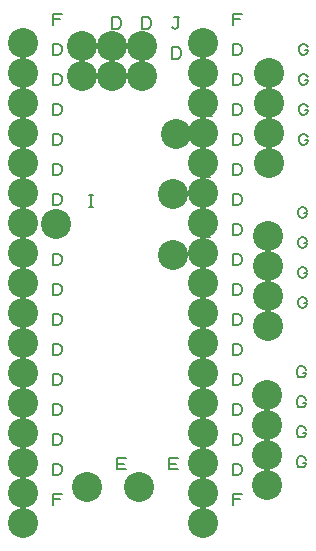
<source format=gbr>
G04 DesignSpark PCB Gerber Version 11.0 Build 5877*
G04 #@! TF.Part,Single*
G04 #@! TF.FileFunction,Drillmap*
G04 #@! TF.FilePolarity,Positive*
%FSLAX35Y35*%
%MOIN*%
%ADD70C,0.00500*%
G04 #@! TA.AperFunction,ComponentPad*
%ADD75C,0.10000*%
G04 #@! TD.AperFunction*
X0Y0D02*
D02*
D70*
X19402Y17837D02*
Y21587D01*
X22528D01*
X21902Y19713D02*
X19402D01*
Y177837D02*
Y181587D01*
X22528D01*
X21902Y179713D02*
X19402D01*
X19416Y27875D02*
Y31625D01*
X21291D01*
X21916Y31313D01*
X22228Y31000D01*
X22541Y30375D01*
Y29125D01*
X22228Y28500D01*
X21916Y28188D01*
X21291Y27875D01*
X19416D01*
Y37875D02*
Y41625D01*
X21291D01*
X21916Y41313D01*
X22228Y41000D01*
X22541Y40375D01*
Y39125D01*
X22228Y38500D01*
X21916Y38188D01*
X21291Y37875D01*
X19416D01*
Y47875D02*
Y51625D01*
X21291D01*
X21916Y51313D01*
X22228Y51000D01*
X22541Y50375D01*
Y49125D01*
X22228Y48500D01*
X21916Y48188D01*
X21291Y47875D01*
X19416D01*
Y57875D02*
Y61625D01*
X21291D01*
X21916Y61313D01*
X22228Y61000D01*
X22541Y60375D01*
Y59125D01*
X22228Y58500D01*
X21916Y58188D01*
X21291Y57875D01*
X19416D01*
Y67875D02*
Y71625D01*
X21291D01*
X21916Y71313D01*
X22228Y71000D01*
X22541Y70375D01*
Y69125D01*
X22228Y68500D01*
X21916Y68188D01*
X21291Y67875D01*
X19416D01*
Y77875D02*
Y81625D01*
X21291D01*
X21916Y81313D01*
X22228Y81000D01*
X22541Y80375D01*
Y79125D01*
X22228Y78500D01*
X21916Y78188D01*
X21291Y77875D01*
X19416D01*
Y87875D02*
Y91625D01*
X21291D01*
X21916Y91313D01*
X22228Y91000D01*
X22541Y90375D01*
Y89125D01*
X22228Y88500D01*
X21916Y88188D01*
X21291Y87875D01*
X19416D01*
Y97875D02*
Y101625D01*
X21291D01*
X21916Y101313D01*
X22228Y101000D01*
X22541Y100375D01*
Y99125D01*
X22228Y98500D01*
X21916Y98188D01*
X21291Y97875D01*
X19416D01*
Y107875D02*
Y111625D01*
X21291D01*
X21916Y111313D01*
X22228Y111000D01*
X22541Y110375D01*
Y109125D01*
X22228Y108500D01*
X21916Y108188D01*
X21291Y107875D01*
X19416D01*
Y117875D02*
Y121625D01*
X21291D01*
X21916Y121313D01*
X22228Y121000D01*
X22541Y120375D01*
Y119125D01*
X22228Y118500D01*
X21916Y118188D01*
X21291Y117875D01*
X19416D01*
Y127875D02*
Y131625D01*
X21291D01*
X21916Y131313D01*
X22228Y131000D01*
X22541Y130375D01*
Y129125D01*
X22228Y128500D01*
X21916Y128188D01*
X21291Y127875D01*
X19416D01*
Y137875D02*
Y141625D01*
X21291D01*
X21916Y141313D01*
X22228Y141000D01*
X22541Y140375D01*
Y139125D01*
X22228Y138500D01*
X21916Y138188D01*
X21291Y137875D01*
X19416D01*
Y147875D02*
Y151625D01*
X21291D01*
X21916Y151313D01*
X22228Y151000D01*
X22541Y150375D01*
Y149125D01*
X22228Y148500D01*
X21916Y148188D01*
X21291Y147875D01*
X19416D01*
Y157875D02*
Y161625D01*
X21291D01*
X21916Y161313D01*
X22228Y161000D01*
X22541Y160375D01*
Y159125D01*
X22228Y158500D01*
X21916Y158188D01*
X21291Y157875D01*
X19416D01*
Y167875D02*
Y171625D01*
X21291D01*
X21916Y171313D01*
X22228Y171000D01*
X22541Y170375D01*
Y169125D01*
X22228Y168500D01*
X21916Y168188D01*
X21291Y167875D01*
X19416D01*
X31616Y117319D02*
X32866D01*
X32241D02*
Y121069D01*
X31616D02*
X32866D01*
X39202Y166687D02*
Y170437D01*
X41078D01*
X41702Y170125D01*
X42015Y169813D01*
X42328Y169187D01*
Y167937D01*
X42015Y167313D01*
X41702Y167000D01*
X41078Y166687D01*
X39202D01*
Y176687D02*
Y180437D01*
X41078D01*
X41702Y180125D01*
X42015Y179813D01*
X42328Y179187D01*
Y177937D01*
X42015Y177313D01*
X41702Y177000D01*
X41078Y176687D01*
X39202D01*
X40742Y29770D02*
Y33520D01*
X43867D01*
X43242Y31645D02*
X40742D01*
Y29770D02*
X43867D01*
X49202Y166687D02*
Y170437D01*
X51078D01*
X51702Y170125D01*
X52015Y169813D01*
X52328Y169187D01*
Y167937D01*
X52015Y167313D01*
X51702Y167000D01*
X51078Y166687D01*
X49202D01*
Y176687D02*
Y180437D01*
X51078D01*
X51702Y180125D01*
X52015Y179813D01*
X52328Y179187D01*
Y177937D01*
X52015Y177313D01*
X51702Y177000D01*
X51078Y176687D01*
X49202D01*
X58065Y29770D02*
Y33520D01*
X61190D01*
X60565Y31645D02*
X58065D01*
Y29770D02*
X61190D01*
X59202Y166687D02*
Y170437D01*
X61078D01*
X61702Y170125D01*
X62015Y169813D01*
X62328Y169187D01*
Y167937D01*
X62015Y167313D01*
X61702Y167000D01*
X61078Y166687D01*
X59202D01*
Y177313D02*
X59515Y177000D01*
X60140Y176687D01*
X60765Y177000D01*
X61078Y177313D01*
Y180437D01*
X61702D01*
X61078D02*
X59828D01*
X70593Y107221D02*
X71843D01*
X71218D02*
Y110971D01*
X70593D02*
X71843D01*
X70593Y127319D02*
X71843D01*
X71218D02*
Y131069D01*
X70593D02*
X71843D01*
X71380Y147378D02*
X72630D01*
X72005D02*
Y151128D01*
X71380D02*
X72630D01*
X79402Y17837D02*
Y21587D01*
X82528D01*
X81902Y19713D02*
X79402D01*
Y27837D02*
Y31587D01*
X81278D01*
X81902Y31275D01*
X82215Y30963D01*
X82528Y30337D01*
Y29087D01*
X82215Y28463D01*
X81902Y28150D01*
X81278Y27837D01*
X79402D01*
Y37837D02*
Y41587D01*
X81278D01*
X81902Y41275D01*
X82215Y40963D01*
X82528Y40337D01*
Y39087D01*
X82215Y38463D01*
X81902Y38150D01*
X81278Y37837D01*
X79402D01*
Y47837D02*
Y51587D01*
X81278D01*
X81902Y51275D01*
X82215Y50963D01*
X82528Y50337D01*
Y49087D01*
X82215Y48463D01*
X81902Y48150D01*
X81278Y47837D01*
X79402D01*
Y57837D02*
Y61587D01*
X81278D01*
X81902Y61275D01*
X82215Y60963D01*
X82528Y60337D01*
Y59087D01*
X82215Y58463D01*
X81902Y58150D01*
X81278Y57837D01*
X79402D01*
Y67837D02*
Y71587D01*
X81278D01*
X81902Y71275D01*
X82215Y70963D01*
X82528Y70337D01*
Y69087D01*
X82215Y68463D01*
X81902Y68150D01*
X81278Y67837D01*
X79402D01*
Y77837D02*
Y81587D01*
X81278D01*
X81902Y81275D01*
X82215Y80963D01*
X82528Y80337D01*
Y79087D01*
X82215Y78463D01*
X81902Y78150D01*
X81278Y77837D01*
X79402D01*
Y87837D02*
Y91587D01*
X81278D01*
X81902Y91275D01*
X82215Y90963D01*
X82528Y90337D01*
Y89087D01*
X82215Y88463D01*
X81902Y88150D01*
X81278Y87837D01*
X79402D01*
Y97837D02*
Y101587D01*
X81278D01*
X81902Y101275D01*
X82215Y100963D01*
X82528Y100337D01*
Y99087D01*
X82215Y98463D01*
X81902Y98150D01*
X81278Y97837D01*
X79402D01*
Y107837D02*
Y111587D01*
X81278D01*
X81902Y111275D01*
X82215Y110963D01*
X82528Y110337D01*
Y109087D01*
X82215Y108463D01*
X81902Y108150D01*
X81278Y107837D01*
X79402D01*
Y117837D02*
Y121587D01*
X81278D01*
X81902Y121275D01*
X82215Y120963D01*
X82528Y120337D01*
Y119087D01*
X82215Y118463D01*
X81902Y118150D01*
X81278Y117837D01*
X79402D01*
Y127837D02*
Y131587D01*
X81278D01*
X81902Y131275D01*
X82215Y130963D01*
X82528Y130337D01*
Y129087D01*
X82215Y128463D01*
X81902Y128150D01*
X81278Y127837D01*
X79402D01*
Y137837D02*
Y141587D01*
X81278D01*
X81902Y141275D01*
X82215Y140963D01*
X82528Y140337D01*
Y139087D01*
X82215Y138463D01*
X81902Y138150D01*
X81278Y137837D01*
X79402D01*
Y147837D02*
Y151587D01*
X81278D01*
X81902Y151275D01*
X82215Y150963D01*
X82528Y150337D01*
Y149087D01*
X82215Y148463D01*
X81902Y148150D01*
X81278Y147837D01*
X79402D01*
Y157837D02*
Y161587D01*
X81278D01*
X81902Y161275D01*
X82215Y160963D01*
X82528Y160337D01*
Y159087D01*
X82215Y158463D01*
X81902Y158150D01*
X81278Y157837D01*
X79402D01*
Y167837D02*
Y171587D01*
X81278D01*
X81902Y171275D01*
X82215Y170963D01*
X82528Y170337D01*
Y169087D01*
X82215Y168463D01*
X81902Y168150D01*
X81278Y167837D01*
X79402D01*
Y177837D02*
Y181587D01*
X82528D01*
X81902Y179713D02*
X79402D01*
X102945Y31933D02*
X103883D01*
Y31620D01*
X103570Y30996D01*
X103257Y30683D01*
X102633Y30370D01*
X102007D01*
X101383Y30683D01*
X101070Y30996D01*
X100757Y31620D01*
Y32870D01*
X101070Y33496D01*
X101383Y33808D01*
X102007Y34120D01*
X102633D01*
X103257Y33808D01*
X103570Y33496D01*
X103883Y32870D01*
X102945Y41933D02*
X103883D01*
Y41620D01*
X103570Y40996D01*
X103257Y40683D01*
X102633Y40370D01*
X102007D01*
X101383Y40683D01*
X101070Y40996D01*
X100757Y41620D01*
Y42870D01*
X101070Y43496D01*
X101383Y43808D01*
X102007Y44120D01*
X102633D01*
X103257Y43808D01*
X103570Y43496D01*
X103883Y42870D01*
X102945Y51933D02*
X103883D01*
Y51620D01*
X103570Y50996D01*
X103257Y50683D01*
X102633Y50370D01*
X102007D01*
X101383Y50683D01*
X101070Y50996D01*
X100757Y51620D01*
Y52870D01*
X101070Y53496D01*
X101383Y53808D01*
X102007Y54120D01*
X102633D01*
X103257Y53808D01*
X103570Y53496D01*
X103883Y52870D01*
X102945Y61933D02*
X103883D01*
Y61620D01*
X103570Y60996D01*
X103257Y60683D01*
X102633Y60370D01*
X102007D01*
X101383Y60683D01*
X101070Y60996D01*
X100757Y61620D01*
Y62870D01*
X101070Y63496D01*
X101383Y63808D01*
X102007Y64120D01*
X102633D01*
X103257Y63808D01*
X103570Y63496D01*
X103883Y62870D01*
X103329Y85083D02*
X104267D01*
Y84770D01*
X103954Y84145D01*
X103641Y83833D01*
X103017Y83520D01*
X102391D01*
X101767Y83833D01*
X101454Y84145D01*
X101141Y84770D01*
Y86020D01*
X101454Y86645D01*
X101767Y86958D01*
X102391Y87270D01*
X103017D01*
X103641Y86958D01*
X103954Y86645D01*
X104267Y86020D01*
X103329Y95083D02*
X104267D01*
Y94770D01*
X103954Y94145D01*
X103641Y93833D01*
X103017Y93520D01*
X102391D01*
X101767Y93833D01*
X101454Y94145D01*
X101141Y94770D01*
Y96020D01*
X101454Y96645D01*
X101767Y96958D01*
X102391Y97270D01*
X103017D01*
X103641Y96958D01*
X103954Y96645D01*
X104267Y96020D01*
X103329Y105083D02*
X104267D01*
Y104770D01*
X103954Y104145D01*
X103641Y103833D01*
X103017Y103520D01*
X102391D01*
X101767Y103833D01*
X101454Y104145D01*
X101141Y104770D01*
Y106020D01*
X101454Y106645D01*
X101767Y106958D01*
X102391Y107270D01*
X103017D01*
X103641Y106958D01*
X103954Y106645D01*
X104267Y106020D01*
X103329Y115083D02*
X104267D01*
Y114770D01*
X103954Y114145D01*
X103641Y113833D01*
X103017Y113520D01*
X102391D01*
X101767Y113833D01*
X101454Y114145D01*
X101141Y114770D01*
Y116020D01*
X101454Y116645D01*
X101767Y116958D01*
X102391Y117270D01*
X103017D01*
X103641Y116958D01*
X103954Y116645D01*
X104267Y116020D01*
X103654Y139433D02*
X104591D01*
Y139120D01*
X104279Y138496D01*
X103966Y138183D01*
X103341Y137870D01*
X102716D01*
X102091Y138183D01*
X101779Y138496D01*
X101466Y139120D01*
Y140370D01*
X101779Y140996D01*
X102091Y141308D01*
X102716Y141620D01*
X103341D01*
X103966Y141308D01*
X104279Y140996D01*
X104591Y140370D01*
X103654Y149433D02*
X104591D01*
Y149120D01*
X104279Y148496D01*
X103966Y148183D01*
X103341Y147870D01*
X102716D01*
X102091Y148183D01*
X101779Y148496D01*
X101466Y149120D01*
Y150370D01*
X101779Y150996D01*
X102091Y151308D01*
X102716Y151620D01*
X103341D01*
X103966Y151308D01*
X104279Y150996D01*
X104591Y150370D01*
X103654Y159433D02*
X104591D01*
Y159120D01*
X104279Y158496D01*
X103966Y158183D01*
X103341Y157870D01*
X102716D01*
X102091Y158183D01*
X101779Y158496D01*
X101466Y159120D01*
Y160370D01*
X101779Y160996D01*
X102091Y161308D01*
X102716Y161620D01*
X103341D01*
X103966Y161308D01*
X104279Y160996D01*
X104591Y160370D01*
X103654Y169433D02*
X104591D01*
Y169120D01*
X104279Y168496D01*
X103966Y168183D01*
X103341Y167870D01*
X102716D01*
X102091Y168183D01*
X101779Y168496D01*
X101466Y169120D01*
Y170370D01*
X101779Y170996D01*
X102091Y171308D01*
X102716Y171620D01*
X103341D01*
X103966Y171308D01*
X104279Y170996D01*
X104591Y170370D01*
D02*
D75*
X9402Y11900D03*
Y171900D03*
X9416Y21938D03*
Y31938D03*
Y41938D03*
Y51938D03*
Y61938D03*
Y71938D03*
Y81938D03*
Y91938D03*
Y101938D03*
Y111938D03*
Y121938D03*
Y131938D03*
Y141938D03*
Y151938D03*
Y161938D03*
X20679Y111382D03*
X29202Y160750D03*
Y170750D03*
X30742Y23833D03*
X39202Y160750D03*
Y170750D03*
X48065Y23833D03*
X49202Y160750D03*
Y170750D03*
X59655Y101283D03*
Y121382D03*
X60443Y141441D03*
X69402Y11900D03*
Y21900D03*
Y31900D03*
Y41900D03*
Y51900D03*
Y61900D03*
Y71900D03*
Y81900D03*
Y91900D03*
Y101900D03*
Y111900D03*
Y121900D03*
Y131900D03*
Y141900D03*
Y151900D03*
Y161900D03*
Y171900D03*
X90757Y24433D03*
Y34433D03*
Y44433D03*
Y54433D03*
X91141Y77583D03*
Y87583D03*
Y97583D03*
Y107583D03*
X91466Y131933D03*
Y141933D03*
Y151933D03*
Y161933D03*
X0Y0D02*
M02*

</source>
